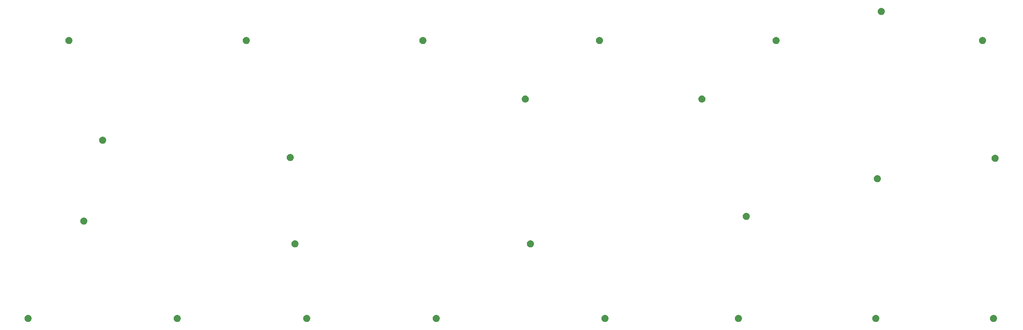
<source format=gbr>
%TF.GenerationSoftware,KiCad,Pcbnew,5.1.6+dfsg1-1~bpo10+1*%
%TF.CreationDate,2020-06-22T19:28:35-07:00*%
%TF.ProjectId,67keys-trackpoint_back_board,36376b65-7973-42d7-9472-61636b706f69,A*%
%TF.SameCoordinates,Original*%
%TF.FileFunction,Soldermask,Bot*%
%TF.FilePolarity,Negative*%
%FSLAX46Y46*%
G04 Gerber Fmt 4.6, Leading zero omitted, Abs format (unit mm)*
G04 Created by KiCad (PCBNEW 5.1.6+dfsg1-1~bpo10+1) date 2020-06-22 19:28:35*
%MOMM*%
%LPD*%
G01*
G04 APERTURE LIST*
%ADD10C,0.100000*%
G04 APERTURE END LIST*
D10*
G36*
X350855443Y-158914194D02*
G01*
X350855446Y-158914195D01*
X350855445Y-158914195D01*
X351064728Y-159000883D01*
X351253083Y-159126738D01*
X351413262Y-159286917D01*
X351539117Y-159475272D01*
X351606167Y-159637145D01*
X351625806Y-159684557D01*
X351670000Y-159906735D01*
X351670000Y-160133265D01*
X351625806Y-160355443D01*
X351625805Y-160355445D01*
X351539117Y-160564728D01*
X351413262Y-160753083D01*
X351253083Y-160913262D01*
X351064728Y-161039117D01*
X350902855Y-161106167D01*
X350855443Y-161125806D01*
X350633265Y-161170000D01*
X350406735Y-161170000D01*
X350184557Y-161125806D01*
X350137145Y-161106167D01*
X349975272Y-161039117D01*
X349786917Y-160913262D01*
X349626738Y-160753083D01*
X349500883Y-160564728D01*
X349414195Y-160355445D01*
X349414194Y-160355443D01*
X349370000Y-160133265D01*
X349370000Y-159906735D01*
X349414194Y-159684557D01*
X349433833Y-159637145D01*
X349500883Y-159475272D01*
X349626738Y-159286917D01*
X349786917Y-159126738D01*
X349975272Y-159000883D01*
X350184555Y-158914195D01*
X350184554Y-158914195D01*
X350184557Y-158914194D01*
X350406735Y-158870000D01*
X350633265Y-158870000D01*
X350855443Y-158914194D01*
G37*
G36*
X268305443Y-158914194D02*
G01*
X268305446Y-158914195D01*
X268305445Y-158914195D01*
X268514728Y-159000883D01*
X268703083Y-159126738D01*
X268863262Y-159286917D01*
X268989117Y-159475272D01*
X269056167Y-159637145D01*
X269075806Y-159684557D01*
X269120000Y-159906735D01*
X269120000Y-160133265D01*
X269075806Y-160355443D01*
X269075805Y-160355445D01*
X268989117Y-160564728D01*
X268863262Y-160753083D01*
X268703083Y-160913262D01*
X268514728Y-161039117D01*
X268352855Y-161106167D01*
X268305443Y-161125806D01*
X268083265Y-161170000D01*
X267856735Y-161170000D01*
X267634557Y-161125806D01*
X267587145Y-161106167D01*
X267425272Y-161039117D01*
X267236917Y-160913262D01*
X267076738Y-160753083D01*
X266950883Y-160564728D01*
X266864195Y-160355445D01*
X266864194Y-160355443D01*
X266820000Y-160133265D01*
X266820000Y-159906735D01*
X266864194Y-159684557D01*
X266883833Y-159637145D01*
X266950883Y-159475272D01*
X267076738Y-159286917D01*
X267236917Y-159126738D01*
X267425272Y-159000883D01*
X267634555Y-158914195D01*
X267634554Y-158914195D01*
X267634557Y-158914194D01*
X267856735Y-158870000D01*
X268083265Y-158870000D01*
X268305443Y-158914194D01*
G37*
G36*
X170515443Y-158914194D02*
G01*
X170515446Y-158914195D01*
X170515445Y-158914195D01*
X170724728Y-159000883D01*
X170913083Y-159126738D01*
X171073262Y-159286917D01*
X171199117Y-159475272D01*
X171266167Y-159637145D01*
X171285806Y-159684557D01*
X171330000Y-159906735D01*
X171330000Y-160133265D01*
X171285806Y-160355443D01*
X171285805Y-160355445D01*
X171199117Y-160564728D01*
X171073262Y-160753083D01*
X170913083Y-160913262D01*
X170724728Y-161039117D01*
X170562855Y-161106167D01*
X170515443Y-161125806D01*
X170293265Y-161170000D01*
X170066735Y-161170000D01*
X169844557Y-161125806D01*
X169797145Y-161106167D01*
X169635272Y-161039117D01*
X169446917Y-160913262D01*
X169286738Y-160753083D01*
X169160883Y-160564728D01*
X169074195Y-160355445D01*
X169074194Y-160355443D01*
X169030000Y-160133265D01*
X169030000Y-159906735D01*
X169074194Y-159684557D01*
X169093833Y-159637145D01*
X169160883Y-159475272D01*
X169286738Y-159286917D01*
X169446917Y-159126738D01*
X169635272Y-159000883D01*
X169844555Y-158914195D01*
X169844554Y-158914195D01*
X169844557Y-158914194D01*
X170066735Y-158870000D01*
X170293265Y-158870000D01*
X170515443Y-158914194D01*
G37*
G36*
X128605443Y-158914194D02*
G01*
X128605446Y-158914195D01*
X128605445Y-158914195D01*
X128814728Y-159000883D01*
X129003083Y-159126738D01*
X129163262Y-159286917D01*
X129289117Y-159475272D01*
X129356167Y-159637145D01*
X129375806Y-159684557D01*
X129420000Y-159906735D01*
X129420000Y-160133265D01*
X129375806Y-160355443D01*
X129375805Y-160355445D01*
X129289117Y-160564728D01*
X129163262Y-160753083D01*
X129003083Y-160913262D01*
X128814728Y-161039117D01*
X128652855Y-161106167D01*
X128605443Y-161125806D01*
X128383265Y-161170000D01*
X128156735Y-161170000D01*
X127934557Y-161125806D01*
X127887145Y-161106167D01*
X127725272Y-161039117D01*
X127536917Y-160913262D01*
X127376738Y-160753083D01*
X127250883Y-160564728D01*
X127164195Y-160355445D01*
X127164194Y-160355443D01*
X127120000Y-160133265D01*
X127120000Y-159906735D01*
X127164194Y-159684557D01*
X127183833Y-159637145D01*
X127250883Y-159475272D01*
X127376738Y-159286917D01*
X127536917Y-159126738D01*
X127725272Y-159000883D01*
X127934555Y-158914195D01*
X127934554Y-158914195D01*
X127934557Y-158914194D01*
X128156735Y-158870000D01*
X128383265Y-158870000D01*
X128605443Y-158914194D01*
G37*
G36*
X86695443Y-158914194D02*
G01*
X86695446Y-158914195D01*
X86695445Y-158914195D01*
X86904728Y-159000883D01*
X87093083Y-159126738D01*
X87253262Y-159286917D01*
X87379117Y-159475272D01*
X87446167Y-159637145D01*
X87465806Y-159684557D01*
X87510000Y-159906735D01*
X87510000Y-160133265D01*
X87465806Y-160355443D01*
X87465805Y-160355445D01*
X87379117Y-160564728D01*
X87253262Y-160753083D01*
X87093083Y-160913262D01*
X86904728Y-161039117D01*
X86742855Y-161106167D01*
X86695443Y-161125806D01*
X86473265Y-161170000D01*
X86246735Y-161170000D01*
X86024557Y-161125806D01*
X85977145Y-161106167D01*
X85815272Y-161039117D01*
X85626917Y-160913262D01*
X85466738Y-160753083D01*
X85340883Y-160564728D01*
X85254195Y-160355445D01*
X85254194Y-160355443D01*
X85210000Y-160133265D01*
X85210000Y-159906735D01*
X85254194Y-159684557D01*
X85273833Y-159637145D01*
X85340883Y-159475272D01*
X85466738Y-159286917D01*
X85626917Y-159126738D01*
X85815272Y-159000883D01*
X86024555Y-158914195D01*
X86024554Y-158914195D01*
X86024557Y-158914194D01*
X86246735Y-158870000D01*
X86473265Y-158870000D01*
X86695443Y-158914194D01*
G37*
G36*
X38435443Y-158914194D02*
G01*
X38435446Y-158914195D01*
X38435445Y-158914195D01*
X38644728Y-159000883D01*
X38833083Y-159126738D01*
X38993262Y-159286917D01*
X39119117Y-159475272D01*
X39186167Y-159637145D01*
X39205806Y-159684557D01*
X39250000Y-159906735D01*
X39250000Y-160133265D01*
X39205806Y-160355443D01*
X39205805Y-160355445D01*
X39119117Y-160564728D01*
X38993262Y-160753083D01*
X38833083Y-160913262D01*
X38644728Y-161039117D01*
X38482855Y-161106167D01*
X38435443Y-161125806D01*
X38213265Y-161170000D01*
X37986735Y-161170000D01*
X37764557Y-161125806D01*
X37717145Y-161106167D01*
X37555272Y-161039117D01*
X37366917Y-160913262D01*
X37206738Y-160753083D01*
X37080883Y-160564728D01*
X36994195Y-160355445D01*
X36994194Y-160355443D01*
X36950000Y-160133265D01*
X36950000Y-159906735D01*
X36994194Y-159684557D01*
X37013833Y-159637145D01*
X37080883Y-159475272D01*
X37206738Y-159286917D01*
X37366917Y-159126738D01*
X37555272Y-159000883D01*
X37764555Y-158914195D01*
X37764554Y-158914195D01*
X37764557Y-158914194D01*
X37986735Y-158870000D01*
X38213265Y-158870000D01*
X38435443Y-158914194D01*
G37*
G36*
X225125443Y-158914194D02*
G01*
X225125446Y-158914195D01*
X225125445Y-158914195D01*
X225334728Y-159000883D01*
X225523083Y-159126738D01*
X225683262Y-159286917D01*
X225809117Y-159475272D01*
X225876167Y-159637145D01*
X225895806Y-159684557D01*
X225940000Y-159906735D01*
X225940000Y-160133265D01*
X225895806Y-160355443D01*
X225895805Y-160355445D01*
X225809117Y-160564728D01*
X225683262Y-160753083D01*
X225523083Y-160913262D01*
X225334728Y-161039117D01*
X225172855Y-161106167D01*
X225125443Y-161125806D01*
X224903265Y-161170000D01*
X224676735Y-161170000D01*
X224454557Y-161125806D01*
X224407145Y-161106167D01*
X224245272Y-161039117D01*
X224056917Y-160913262D01*
X223896738Y-160753083D01*
X223770883Y-160564728D01*
X223684195Y-160355445D01*
X223684194Y-160355443D01*
X223640000Y-160133265D01*
X223640000Y-159906735D01*
X223684194Y-159684557D01*
X223703833Y-159637145D01*
X223770883Y-159475272D01*
X223896738Y-159286917D01*
X224056917Y-159126738D01*
X224245272Y-159000883D01*
X224454555Y-158914195D01*
X224454554Y-158914195D01*
X224454557Y-158914194D01*
X224676735Y-158870000D01*
X224903265Y-158870000D01*
X225125443Y-158914194D01*
G37*
G36*
X312755443Y-158914194D02*
G01*
X312755446Y-158914195D01*
X312755445Y-158914195D01*
X312964728Y-159000883D01*
X313153083Y-159126738D01*
X313313262Y-159286917D01*
X313439117Y-159475272D01*
X313506167Y-159637145D01*
X313525806Y-159684557D01*
X313570000Y-159906735D01*
X313570000Y-160133265D01*
X313525806Y-160355443D01*
X313525805Y-160355445D01*
X313439117Y-160564728D01*
X313313262Y-160753083D01*
X313153083Y-160913262D01*
X312964728Y-161039117D01*
X312802855Y-161106167D01*
X312755443Y-161125806D01*
X312533265Y-161170000D01*
X312306735Y-161170000D01*
X312084557Y-161125806D01*
X312037145Y-161106167D01*
X311875272Y-161039117D01*
X311686917Y-160913262D01*
X311526738Y-160753083D01*
X311400883Y-160564728D01*
X311314195Y-160355445D01*
X311314194Y-160355443D01*
X311270000Y-160133265D01*
X311270000Y-159906735D01*
X311314194Y-159684557D01*
X311333833Y-159637145D01*
X311400883Y-159475272D01*
X311526738Y-159286917D01*
X311686917Y-159126738D01*
X311875272Y-159000883D01*
X312084555Y-158914195D01*
X312084554Y-158914195D01*
X312084557Y-158914194D01*
X312306735Y-158870000D01*
X312533265Y-158870000D01*
X312755443Y-158914194D01*
G37*
G36*
X124795443Y-134784194D02*
G01*
X124795446Y-134784195D01*
X124795445Y-134784195D01*
X125004728Y-134870883D01*
X125193083Y-134996738D01*
X125353262Y-135156917D01*
X125479117Y-135345272D01*
X125546167Y-135507145D01*
X125565806Y-135554557D01*
X125610000Y-135776735D01*
X125610000Y-136003265D01*
X125565806Y-136225443D01*
X125565805Y-136225445D01*
X125479117Y-136434728D01*
X125353262Y-136623083D01*
X125193083Y-136783262D01*
X125004728Y-136909117D01*
X124842855Y-136976167D01*
X124795443Y-136995806D01*
X124573265Y-137040000D01*
X124346735Y-137040000D01*
X124124557Y-136995806D01*
X124077145Y-136976167D01*
X123915272Y-136909117D01*
X123726917Y-136783262D01*
X123566738Y-136623083D01*
X123440883Y-136434728D01*
X123354195Y-136225445D01*
X123354194Y-136225443D01*
X123310000Y-136003265D01*
X123310000Y-135776735D01*
X123354194Y-135554557D01*
X123373833Y-135507145D01*
X123440883Y-135345272D01*
X123566738Y-135156917D01*
X123726917Y-134996738D01*
X123915272Y-134870883D01*
X124124555Y-134784195D01*
X124124554Y-134784195D01*
X124124557Y-134784194D01*
X124346735Y-134740000D01*
X124573265Y-134740000D01*
X124795443Y-134784194D01*
G37*
G36*
X200995443Y-134784194D02*
G01*
X200995446Y-134784195D01*
X200995445Y-134784195D01*
X201204728Y-134870883D01*
X201393083Y-134996738D01*
X201553262Y-135156917D01*
X201679117Y-135345272D01*
X201746167Y-135507145D01*
X201765806Y-135554557D01*
X201810000Y-135776735D01*
X201810000Y-136003265D01*
X201765806Y-136225443D01*
X201765805Y-136225445D01*
X201679117Y-136434728D01*
X201553262Y-136623083D01*
X201393083Y-136783262D01*
X201204728Y-136909117D01*
X201042855Y-136976167D01*
X200995443Y-136995806D01*
X200773265Y-137040000D01*
X200546735Y-137040000D01*
X200324557Y-136995806D01*
X200277145Y-136976167D01*
X200115272Y-136909117D01*
X199926917Y-136783262D01*
X199766738Y-136623083D01*
X199640883Y-136434728D01*
X199554195Y-136225445D01*
X199554194Y-136225443D01*
X199510000Y-136003265D01*
X199510000Y-135776735D01*
X199554194Y-135554557D01*
X199573833Y-135507145D01*
X199640883Y-135345272D01*
X199766738Y-135156917D01*
X199926917Y-134996738D01*
X200115272Y-134870883D01*
X200324555Y-134784195D01*
X200324554Y-134784195D01*
X200324557Y-134784194D01*
X200546735Y-134740000D01*
X200773265Y-134740000D01*
X200995443Y-134784194D01*
G37*
G36*
X56469443Y-127418194D02*
G01*
X56469446Y-127418195D01*
X56469445Y-127418195D01*
X56678728Y-127504883D01*
X56867083Y-127630738D01*
X57027262Y-127790917D01*
X57153117Y-127979272D01*
X57169621Y-128019116D01*
X57239806Y-128188557D01*
X57284000Y-128410735D01*
X57284000Y-128637265D01*
X57239806Y-128859443D01*
X57239805Y-128859445D01*
X57153117Y-129068728D01*
X57027262Y-129257083D01*
X56867083Y-129417262D01*
X56678728Y-129543117D01*
X56516855Y-129610167D01*
X56469443Y-129629806D01*
X56247265Y-129674000D01*
X56020735Y-129674000D01*
X55798557Y-129629806D01*
X55751145Y-129610167D01*
X55589272Y-129543117D01*
X55400917Y-129417262D01*
X55240738Y-129257083D01*
X55114883Y-129068728D01*
X55028195Y-128859445D01*
X55028194Y-128859443D01*
X54984000Y-128637265D01*
X54984000Y-128410735D01*
X55028194Y-128188557D01*
X55098379Y-128019116D01*
X55114883Y-127979272D01*
X55240738Y-127790917D01*
X55400917Y-127630738D01*
X55589272Y-127504883D01*
X55798555Y-127418195D01*
X55798554Y-127418195D01*
X55798557Y-127418194D01*
X56020735Y-127374000D01*
X56247265Y-127374000D01*
X56469443Y-127418194D01*
G37*
G36*
X270845443Y-125894194D02*
G01*
X270845446Y-125894195D01*
X270845445Y-125894195D01*
X271054728Y-125980883D01*
X271243083Y-126106738D01*
X271403262Y-126266917D01*
X271529117Y-126455272D01*
X271596167Y-126617145D01*
X271615806Y-126664557D01*
X271660000Y-126886735D01*
X271660000Y-127113265D01*
X271615806Y-127335443D01*
X271615805Y-127335445D01*
X271529117Y-127544728D01*
X271403262Y-127733083D01*
X271243083Y-127893262D01*
X271054728Y-128019117D01*
X270892855Y-128086167D01*
X270845443Y-128105806D01*
X270623265Y-128150000D01*
X270396735Y-128150000D01*
X270174557Y-128105806D01*
X270127145Y-128086167D01*
X269965272Y-128019117D01*
X269776917Y-127893262D01*
X269616738Y-127733083D01*
X269490883Y-127544728D01*
X269404195Y-127335445D01*
X269404194Y-127335443D01*
X269360000Y-127113265D01*
X269360000Y-126886735D01*
X269404194Y-126664557D01*
X269423833Y-126617145D01*
X269490883Y-126455272D01*
X269616738Y-126266917D01*
X269776917Y-126106738D01*
X269965272Y-125980883D01*
X270174555Y-125894195D01*
X270174554Y-125894195D01*
X270174557Y-125894194D01*
X270396735Y-125850000D01*
X270623265Y-125850000D01*
X270845443Y-125894194D01*
G37*
G36*
X313263443Y-113702194D02*
G01*
X313263446Y-113702195D01*
X313263445Y-113702195D01*
X313472728Y-113788883D01*
X313661083Y-113914738D01*
X313821262Y-114074917D01*
X313947117Y-114263272D01*
X314014167Y-114425145D01*
X314033806Y-114472557D01*
X314078000Y-114694735D01*
X314078000Y-114921265D01*
X314033806Y-115143443D01*
X314033805Y-115143445D01*
X313947117Y-115352728D01*
X313821262Y-115541083D01*
X313661083Y-115701262D01*
X313472728Y-115827117D01*
X313310855Y-115894167D01*
X313263443Y-115913806D01*
X313041265Y-115958000D01*
X312814735Y-115958000D01*
X312592557Y-115913806D01*
X312545145Y-115894167D01*
X312383272Y-115827117D01*
X312194917Y-115701262D01*
X312034738Y-115541083D01*
X311908883Y-115352728D01*
X311822195Y-115143445D01*
X311822194Y-115143443D01*
X311778000Y-114921265D01*
X311778000Y-114694735D01*
X311822194Y-114472557D01*
X311841833Y-114425145D01*
X311908883Y-114263272D01*
X312034738Y-114074917D01*
X312194917Y-113914738D01*
X312383272Y-113788883D01*
X312592555Y-113702195D01*
X312592554Y-113702195D01*
X312592557Y-113702194D01*
X312814735Y-113658000D01*
X313041265Y-113658000D01*
X313263443Y-113702194D01*
G37*
G36*
X351363443Y-107098194D02*
G01*
X351363446Y-107098195D01*
X351363445Y-107098195D01*
X351572728Y-107184883D01*
X351761083Y-107310738D01*
X351921262Y-107470917D01*
X352047117Y-107659272D01*
X352114167Y-107821145D01*
X352133806Y-107868557D01*
X352178000Y-108090735D01*
X352178000Y-108317265D01*
X352133806Y-108539443D01*
X352133805Y-108539445D01*
X352047117Y-108748728D01*
X352047116Y-108748729D01*
X351921263Y-108937082D01*
X351761082Y-109097263D01*
X351666906Y-109160189D01*
X351572728Y-109223117D01*
X351410855Y-109290167D01*
X351363443Y-109309806D01*
X351141265Y-109354000D01*
X350914735Y-109354000D01*
X350692557Y-109309806D01*
X350645145Y-109290167D01*
X350483272Y-109223117D01*
X350389094Y-109160189D01*
X350294918Y-109097263D01*
X350134737Y-108937082D01*
X350008884Y-108748729D01*
X350008883Y-108748728D01*
X349922195Y-108539445D01*
X349922194Y-108539443D01*
X349878000Y-108317265D01*
X349878000Y-108090735D01*
X349922194Y-107868557D01*
X349941833Y-107821145D01*
X350008883Y-107659272D01*
X350134738Y-107470917D01*
X350294917Y-107310738D01*
X350483272Y-107184883D01*
X350692555Y-107098195D01*
X350692554Y-107098195D01*
X350692557Y-107098194D01*
X350914735Y-107054000D01*
X351141265Y-107054000D01*
X351363443Y-107098194D01*
G37*
G36*
X123271443Y-106844194D02*
G01*
X123271446Y-106844195D01*
X123271445Y-106844195D01*
X123480728Y-106930883D01*
X123480729Y-106930884D01*
X123664986Y-107054000D01*
X123669083Y-107056738D01*
X123829262Y-107216917D01*
X123955117Y-107405272D01*
X124022167Y-107567145D01*
X124041806Y-107614557D01*
X124086000Y-107836735D01*
X124086000Y-108063265D01*
X124041806Y-108285443D01*
X124041805Y-108285445D01*
X123955117Y-108494728D01*
X123829262Y-108683083D01*
X123669083Y-108843262D01*
X123480728Y-108969117D01*
X123318855Y-109036167D01*
X123271443Y-109055806D01*
X123049265Y-109100000D01*
X122822735Y-109100000D01*
X122600557Y-109055806D01*
X122553145Y-109036167D01*
X122391272Y-108969117D01*
X122202917Y-108843262D01*
X122042738Y-108683083D01*
X121916883Y-108494728D01*
X121830195Y-108285445D01*
X121830194Y-108285443D01*
X121786000Y-108063265D01*
X121786000Y-107836735D01*
X121830194Y-107614557D01*
X121849833Y-107567145D01*
X121916883Y-107405272D01*
X122042738Y-107216917D01*
X122202917Y-107056738D01*
X122207015Y-107054000D01*
X122391271Y-106930884D01*
X122391272Y-106930883D01*
X122600555Y-106844195D01*
X122600554Y-106844195D01*
X122600557Y-106844194D01*
X122822735Y-106800000D01*
X123049265Y-106800000D01*
X123271443Y-106844194D01*
G37*
G36*
X62565443Y-101256194D02*
G01*
X62565446Y-101256195D01*
X62565445Y-101256195D01*
X62774728Y-101342883D01*
X62963083Y-101468738D01*
X63123262Y-101628917D01*
X63249117Y-101817272D01*
X63316167Y-101979145D01*
X63335806Y-102026557D01*
X63380000Y-102248735D01*
X63380000Y-102475265D01*
X63335806Y-102697443D01*
X63335805Y-102697445D01*
X63249117Y-102906728D01*
X63123262Y-103095083D01*
X62963083Y-103255262D01*
X62774728Y-103381117D01*
X62612855Y-103448167D01*
X62565443Y-103467806D01*
X62343265Y-103512000D01*
X62116735Y-103512000D01*
X61894557Y-103467806D01*
X61847145Y-103448167D01*
X61685272Y-103381117D01*
X61496917Y-103255262D01*
X61336738Y-103095083D01*
X61210883Y-102906728D01*
X61124195Y-102697445D01*
X61124194Y-102697443D01*
X61080000Y-102475265D01*
X61080000Y-102248735D01*
X61124194Y-102026557D01*
X61143833Y-101979145D01*
X61210883Y-101817272D01*
X61336738Y-101628917D01*
X61496917Y-101468738D01*
X61685272Y-101342883D01*
X61894555Y-101256195D01*
X61894554Y-101256195D01*
X61894557Y-101256194D01*
X62116735Y-101212000D01*
X62343265Y-101212000D01*
X62565443Y-101256194D01*
G37*
G36*
X256494443Y-87921194D02*
G01*
X256494446Y-87921195D01*
X256494445Y-87921195D01*
X256703728Y-88007883D01*
X256892083Y-88133738D01*
X257052262Y-88293917D01*
X257178117Y-88482272D01*
X257245167Y-88644145D01*
X257264806Y-88691557D01*
X257309000Y-88913735D01*
X257309000Y-89140265D01*
X257264806Y-89362443D01*
X257264805Y-89362445D01*
X257178117Y-89571728D01*
X257052262Y-89760083D01*
X256892083Y-89920262D01*
X256703728Y-90046117D01*
X256541855Y-90113167D01*
X256494443Y-90132806D01*
X256272265Y-90177000D01*
X256045735Y-90177000D01*
X255823557Y-90132806D01*
X255776145Y-90113167D01*
X255614272Y-90046117D01*
X255425917Y-89920262D01*
X255265738Y-89760083D01*
X255139883Y-89571728D01*
X255053195Y-89362445D01*
X255053194Y-89362443D01*
X255009000Y-89140265D01*
X255009000Y-88913735D01*
X255053194Y-88691557D01*
X255072833Y-88644145D01*
X255139883Y-88482272D01*
X255265738Y-88293917D01*
X255425917Y-88133738D01*
X255614272Y-88007883D01*
X255823555Y-87921195D01*
X255823554Y-87921195D01*
X255823557Y-87921194D01*
X256045735Y-87877000D01*
X256272265Y-87877000D01*
X256494443Y-87921194D01*
G37*
G36*
X199344443Y-87921194D02*
G01*
X199344446Y-87921195D01*
X199344445Y-87921195D01*
X199553728Y-88007883D01*
X199742083Y-88133738D01*
X199902262Y-88293917D01*
X200028117Y-88482272D01*
X200095167Y-88644145D01*
X200114806Y-88691557D01*
X200159000Y-88913735D01*
X200159000Y-89140265D01*
X200114806Y-89362443D01*
X200114805Y-89362445D01*
X200028117Y-89571728D01*
X199902262Y-89760083D01*
X199742083Y-89920262D01*
X199553728Y-90046117D01*
X199391855Y-90113167D01*
X199344443Y-90132806D01*
X199122265Y-90177000D01*
X198895735Y-90177000D01*
X198673557Y-90132806D01*
X198626145Y-90113167D01*
X198464272Y-90046117D01*
X198275917Y-89920262D01*
X198115738Y-89760083D01*
X197989883Y-89571728D01*
X197903195Y-89362445D01*
X197903194Y-89362443D01*
X197859000Y-89140265D01*
X197859000Y-88913735D01*
X197903194Y-88691557D01*
X197922833Y-88644145D01*
X197989883Y-88482272D01*
X198115738Y-88293917D01*
X198275917Y-88133738D01*
X198464272Y-88007883D01*
X198673555Y-87921195D01*
X198673554Y-87921195D01*
X198673557Y-87921194D01*
X198895735Y-87877000D01*
X199122265Y-87877000D01*
X199344443Y-87921194D01*
G37*
G36*
X166197443Y-68998194D02*
G01*
X166197446Y-68998195D01*
X166197445Y-68998195D01*
X166406728Y-69084883D01*
X166595083Y-69210738D01*
X166755262Y-69370917D01*
X166881117Y-69559272D01*
X166948167Y-69721145D01*
X166967806Y-69768557D01*
X167012000Y-69990735D01*
X167012000Y-70217265D01*
X166967806Y-70439443D01*
X166967805Y-70439445D01*
X166881117Y-70648728D01*
X166755262Y-70837083D01*
X166595083Y-70997262D01*
X166406728Y-71123117D01*
X166244855Y-71190167D01*
X166197443Y-71209806D01*
X165975265Y-71254000D01*
X165748735Y-71254000D01*
X165526557Y-71209806D01*
X165479145Y-71190167D01*
X165317272Y-71123117D01*
X165128917Y-70997262D01*
X164968738Y-70837083D01*
X164842883Y-70648728D01*
X164756195Y-70439445D01*
X164756194Y-70439443D01*
X164712000Y-70217265D01*
X164712000Y-69990735D01*
X164756194Y-69768557D01*
X164775833Y-69721145D01*
X164842883Y-69559272D01*
X164968738Y-69370917D01*
X165128917Y-69210738D01*
X165317272Y-69084883D01*
X165526555Y-68998195D01*
X165526554Y-68998195D01*
X165526557Y-68998194D01*
X165748735Y-68954000D01*
X165975265Y-68954000D01*
X166197443Y-68998194D01*
G37*
G36*
X51643443Y-68998194D02*
G01*
X51643446Y-68998195D01*
X51643445Y-68998195D01*
X51852728Y-69084883D01*
X52041083Y-69210738D01*
X52201262Y-69370917D01*
X52327117Y-69559272D01*
X52394167Y-69721145D01*
X52413806Y-69768557D01*
X52458000Y-69990735D01*
X52458000Y-70217265D01*
X52413806Y-70439443D01*
X52413805Y-70439445D01*
X52327117Y-70648728D01*
X52201262Y-70837083D01*
X52041083Y-70997262D01*
X51852728Y-71123117D01*
X51690855Y-71190167D01*
X51643443Y-71209806D01*
X51421265Y-71254000D01*
X51194735Y-71254000D01*
X50972557Y-71209806D01*
X50925145Y-71190167D01*
X50763272Y-71123117D01*
X50574917Y-70997262D01*
X50414738Y-70837083D01*
X50288883Y-70648728D01*
X50202195Y-70439445D01*
X50202194Y-70439443D01*
X50158000Y-70217265D01*
X50158000Y-69990735D01*
X50202194Y-69768557D01*
X50221833Y-69721145D01*
X50288883Y-69559272D01*
X50414738Y-69370917D01*
X50574917Y-69210738D01*
X50763272Y-69084883D01*
X50972555Y-68998195D01*
X50972554Y-68998195D01*
X50972557Y-68998194D01*
X51194735Y-68954000D01*
X51421265Y-68954000D01*
X51643443Y-68998194D01*
G37*
G36*
X347299443Y-68998194D02*
G01*
X347299446Y-68998195D01*
X347299445Y-68998195D01*
X347508728Y-69084883D01*
X347697083Y-69210738D01*
X347857262Y-69370917D01*
X347983117Y-69559272D01*
X348050167Y-69721145D01*
X348069806Y-69768557D01*
X348114000Y-69990735D01*
X348114000Y-70217265D01*
X348069806Y-70439443D01*
X348069805Y-70439445D01*
X347983117Y-70648728D01*
X347857262Y-70837083D01*
X347697083Y-70997262D01*
X347508728Y-71123117D01*
X347346855Y-71190167D01*
X347299443Y-71209806D01*
X347077265Y-71254000D01*
X346850735Y-71254000D01*
X346628557Y-71209806D01*
X346581145Y-71190167D01*
X346419272Y-71123117D01*
X346230917Y-70997262D01*
X346070738Y-70837083D01*
X345944883Y-70648728D01*
X345858195Y-70439445D01*
X345858194Y-70439443D01*
X345814000Y-70217265D01*
X345814000Y-69990735D01*
X345858194Y-69768557D01*
X345877833Y-69721145D01*
X345944883Y-69559272D01*
X346070738Y-69370917D01*
X346230917Y-69210738D01*
X346419272Y-69084883D01*
X346628555Y-68998195D01*
X346628554Y-68998195D01*
X346628557Y-68998194D01*
X346850735Y-68954000D01*
X347077265Y-68954000D01*
X347299443Y-68998194D01*
G37*
G36*
X280497443Y-68998194D02*
G01*
X280497446Y-68998195D01*
X280497445Y-68998195D01*
X280706728Y-69084883D01*
X280895083Y-69210738D01*
X281055262Y-69370917D01*
X281181117Y-69559272D01*
X281248167Y-69721145D01*
X281267806Y-69768557D01*
X281312000Y-69990735D01*
X281312000Y-70217265D01*
X281267806Y-70439443D01*
X281267805Y-70439445D01*
X281181117Y-70648728D01*
X281055262Y-70837083D01*
X280895083Y-70997262D01*
X280706728Y-71123117D01*
X280544855Y-71190167D01*
X280497443Y-71209806D01*
X280275265Y-71254000D01*
X280048735Y-71254000D01*
X279826557Y-71209806D01*
X279779145Y-71190167D01*
X279617272Y-71123117D01*
X279428917Y-70997262D01*
X279268738Y-70837083D01*
X279142883Y-70648728D01*
X279056195Y-70439445D01*
X279056194Y-70439443D01*
X279012000Y-70217265D01*
X279012000Y-69990735D01*
X279056194Y-69768557D01*
X279075833Y-69721145D01*
X279142883Y-69559272D01*
X279268738Y-69370917D01*
X279428917Y-69210738D01*
X279617272Y-69084883D01*
X279826555Y-68998195D01*
X279826554Y-68998195D01*
X279826557Y-68998194D01*
X280048735Y-68954000D01*
X280275265Y-68954000D01*
X280497443Y-68998194D01*
G37*
G36*
X223347443Y-68998194D02*
G01*
X223347446Y-68998195D01*
X223347445Y-68998195D01*
X223556728Y-69084883D01*
X223745083Y-69210738D01*
X223905262Y-69370917D01*
X224031117Y-69559272D01*
X224098167Y-69721145D01*
X224117806Y-69768557D01*
X224162000Y-69990735D01*
X224162000Y-70217265D01*
X224117806Y-70439443D01*
X224117805Y-70439445D01*
X224031117Y-70648728D01*
X223905262Y-70837083D01*
X223745083Y-70997262D01*
X223556728Y-71123117D01*
X223394855Y-71190167D01*
X223347443Y-71209806D01*
X223125265Y-71254000D01*
X222898735Y-71254000D01*
X222676557Y-71209806D01*
X222629145Y-71190167D01*
X222467272Y-71123117D01*
X222278917Y-70997262D01*
X222118738Y-70837083D01*
X221992883Y-70648728D01*
X221906195Y-70439445D01*
X221906194Y-70439443D01*
X221862000Y-70217265D01*
X221862000Y-69990735D01*
X221906194Y-69768557D01*
X221925833Y-69721145D01*
X221992883Y-69559272D01*
X222118738Y-69370917D01*
X222278917Y-69210738D01*
X222467272Y-69084883D01*
X222676555Y-68998195D01*
X222676554Y-68998195D01*
X222676557Y-68998194D01*
X222898735Y-68954000D01*
X223125265Y-68954000D01*
X223347443Y-68998194D01*
G37*
G36*
X109047443Y-68998194D02*
G01*
X109047446Y-68998195D01*
X109047445Y-68998195D01*
X109256728Y-69084883D01*
X109445083Y-69210738D01*
X109605262Y-69370917D01*
X109731117Y-69559272D01*
X109798167Y-69721145D01*
X109817806Y-69768557D01*
X109862000Y-69990735D01*
X109862000Y-70217265D01*
X109817806Y-70439443D01*
X109817805Y-70439445D01*
X109731117Y-70648728D01*
X109605262Y-70837083D01*
X109445083Y-70997262D01*
X109256728Y-71123117D01*
X109094855Y-71190167D01*
X109047443Y-71209806D01*
X108825265Y-71254000D01*
X108598735Y-71254000D01*
X108376557Y-71209806D01*
X108329145Y-71190167D01*
X108167272Y-71123117D01*
X107978917Y-70997262D01*
X107818738Y-70837083D01*
X107692883Y-70648728D01*
X107606195Y-70439445D01*
X107606194Y-70439443D01*
X107562000Y-70217265D01*
X107562000Y-69990735D01*
X107606194Y-69768557D01*
X107625833Y-69721145D01*
X107692883Y-69559272D01*
X107818738Y-69370917D01*
X107978917Y-69210738D01*
X108167272Y-69084883D01*
X108376555Y-68998195D01*
X108376554Y-68998195D01*
X108376557Y-68998194D01*
X108598735Y-68954000D01*
X108825265Y-68954000D01*
X109047443Y-68998194D01*
G37*
G36*
X314533443Y-59600194D02*
G01*
X314533446Y-59600195D01*
X314533445Y-59600195D01*
X314742728Y-59686883D01*
X314931083Y-59812738D01*
X315091262Y-59972917D01*
X315217117Y-60161272D01*
X315284167Y-60323145D01*
X315303806Y-60370557D01*
X315348000Y-60592735D01*
X315348000Y-60819265D01*
X315303806Y-61041443D01*
X315303805Y-61041445D01*
X315217117Y-61250728D01*
X315091262Y-61439083D01*
X314931083Y-61599262D01*
X314742728Y-61725117D01*
X314580855Y-61792167D01*
X314533443Y-61811806D01*
X314311265Y-61856000D01*
X314084735Y-61856000D01*
X313862557Y-61811806D01*
X313815145Y-61792167D01*
X313653272Y-61725117D01*
X313464917Y-61599262D01*
X313304738Y-61439083D01*
X313178883Y-61250728D01*
X313092195Y-61041445D01*
X313092194Y-61041443D01*
X313048000Y-60819265D01*
X313048000Y-60592735D01*
X313092194Y-60370557D01*
X313111833Y-60323145D01*
X313178883Y-60161272D01*
X313304738Y-59972917D01*
X313464917Y-59812738D01*
X313653272Y-59686883D01*
X313862555Y-59600195D01*
X313862554Y-59600195D01*
X313862557Y-59600194D01*
X314084735Y-59556000D01*
X314311265Y-59556000D01*
X314533443Y-59600194D01*
G37*
M02*

</source>
